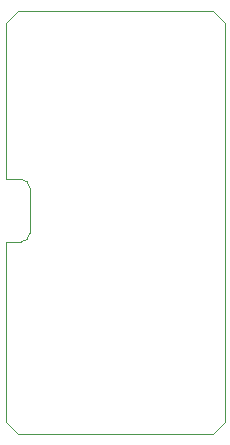
<source format=gbr>
G04 #@! TF.GenerationSoftware,KiCad,Pcbnew,(5.1.5)-3*
G04 #@! TF.CreationDate,2023-06-21T22:09:46+02:00*
G04 #@! TF.ProjectId,vkm,766b6d2e-6b69-4636-9164-5f7063625858,C*
G04 #@! TF.SameCoordinates,PX4395450PY715d7c0*
G04 #@! TF.FileFunction,Profile,NP*
%FSLAX46Y46*%
G04 Gerber Fmt 4.6, Leading zero omitted, Abs format (unit mm)*
G04 Created by KiCad (PCBNEW (5.1.5)-3) date 2023-06-21 22:09:46*
%MOMM*%
%LPD*%
G04 APERTURE LIST*
%ADD10C,0.050000*%
G04 APERTURE END LIST*
D10*
X1016000Y37338000D02*
X0Y36322000D01*
X17526000Y37338000D02*
X18542000Y36322000D01*
X17526000Y1524000D02*
X18542000Y2540000D01*
X0Y2540000D02*
X1016000Y1524000D01*
X0Y17780000D02*
X0Y2540000D01*
X0Y23114000D02*
X0Y36322000D01*
X2032000Y18542000D02*
G75*
G02X1270000Y17780000I-762000J0D01*
G01*
X1270000Y23114000D02*
G75*
G02X2032000Y22352000I0J-762000D01*
G01*
X2032000Y18542000D02*
X2032000Y22352000D01*
X1270000Y17780000D02*
X0Y17780000D01*
X1270000Y23114000D02*
X0Y23114000D01*
X17526000Y37338000D02*
X1016000Y37338000D01*
X18542000Y2540000D02*
X18542000Y36322000D01*
X1016000Y1524000D02*
X17526000Y1524000D01*
M02*

</source>
